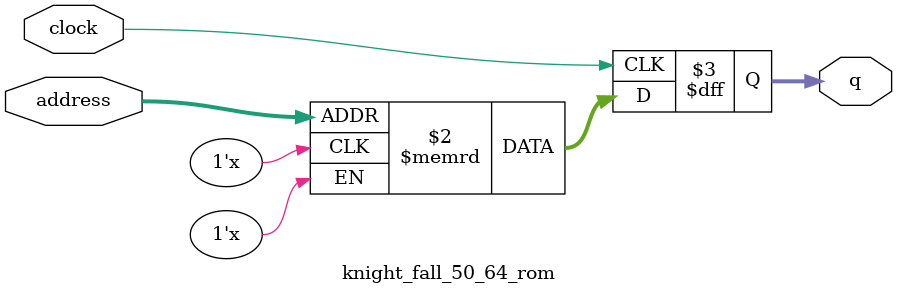
<source format=sv>
module knight_fall_50_64_rom (
	input logic clock,
	input logic [11:0] address,
	output logic [2:0] q
);

logic [2:0] memory [0:3199] /* synthesis ram_init_file = "./knight_fall_50_64/knight_fall_50_64.mif" */;

always_ff @ (posedge clock) begin
	q <= memory[address];
end

endmodule

</source>
